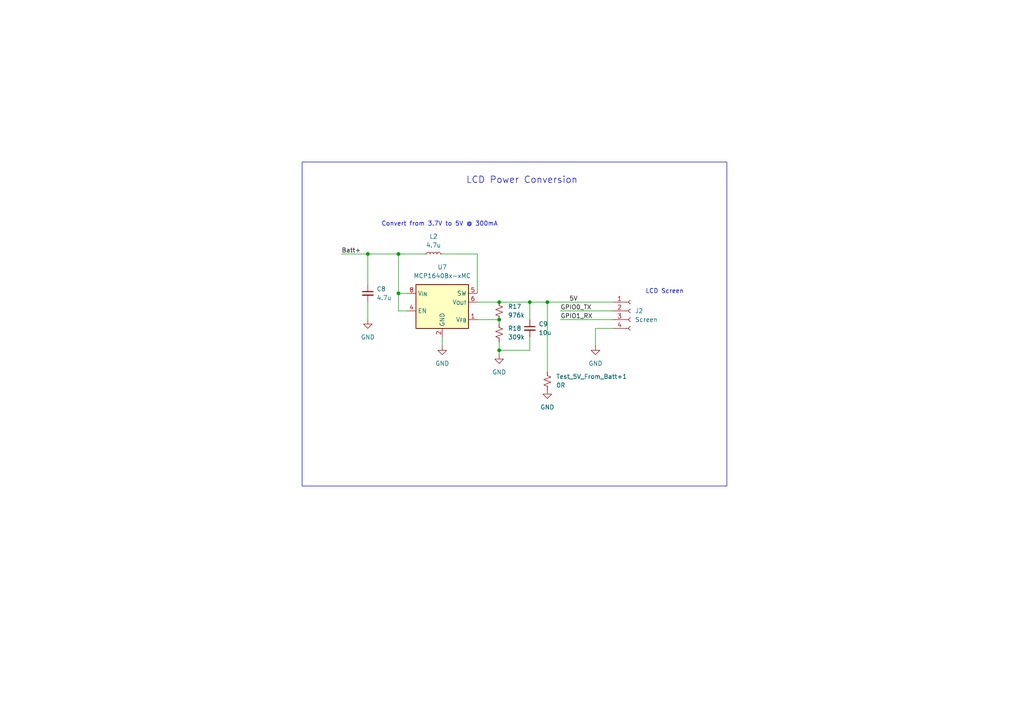
<source format=kicad_sch>
(kicad_sch
	(version 20250114)
	(generator "eeschema")
	(generator_version "9.0")
	(uuid "1dea027f-5e7c-486d-a60d-11433b00eba2")
	(paper "A4")
	(lib_symbols
		(symbol "Connector:Conn_01x04_Socket"
			(pin_names
				(offset 1.016)
				(hide yes)
			)
			(exclude_from_sim no)
			(in_bom yes)
			(on_board yes)
			(property "Reference" "J"
				(at 0 5.08 0)
				(effects
					(font
						(size 1.27 1.27)
					)
				)
			)
			(property "Value" "Conn_01x04_Socket"
				(at 0 -7.62 0)
				(effects
					(font
						(size 1.27 1.27)
					)
				)
			)
			(property "Footprint" ""
				(at 0 0 0)
				(effects
					(font
						(size 1.27 1.27)
					)
					(hide yes)
				)
			)
			(property "Datasheet" "~"
				(at 0 0 0)
				(effects
					(font
						(size 1.27 1.27)
					)
					(hide yes)
				)
			)
			(property "Description" "Generic connector, single row, 01x04, script generated"
				(at 0 0 0)
				(effects
					(font
						(size 1.27 1.27)
					)
					(hide yes)
				)
			)
			(property "ki_locked" ""
				(at 0 0 0)
				(effects
					(font
						(size 1.27 1.27)
					)
				)
			)
			(property "ki_keywords" "connector"
				(at 0 0 0)
				(effects
					(font
						(size 1.27 1.27)
					)
					(hide yes)
				)
			)
			(property "ki_fp_filters" "Connector*:*_1x??_*"
				(at 0 0 0)
				(effects
					(font
						(size 1.27 1.27)
					)
					(hide yes)
				)
			)
			(symbol "Conn_01x04_Socket_1_1"
				(polyline
					(pts
						(xy -1.27 2.54) (xy -0.508 2.54)
					)
					(stroke
						(width 0.1524)
						(type default)
					)
					(fill
						(type none)
					)
				)
				(polyline
					(pts
						(xy -1.27 0) (xy -0.508 0)
					)
					(stroke
						(width 0.1524)
						(type default)
					)
					(fill
						(type none)
					)
				)
				(polyline
					(pts
						(xy -1.27 -2.54) (xy -0.508 -2.54)
					)
					(stroke
						(width 0.1524)
						(type default)
					)
					(fill
						(type none)
					)
				)
				(polyline
					(pts
						(xy -1.27 -5.08) (xy -0.508 -5.08)
					)
					(stroke
						(width 0.1524)
						(type default)
					)
					(fill
						(type none)
					)
				)
				(arc
					(start 0 2.032)
					(mid -0.5058 2.54)
					(end 0 3.048)
					(stroke
						(width 0.1524)
						(type default)
					)
					(fill
						(type none)
					)
				)
				(arc
					(start 0 -0.508)
					(mid -0.5058 0)
					(end 0 0.508)
					(stroke
						(width 0.1524)
						(type default)
					)
					(fill
						(type none)
					)
				)
				(arc
					(start 0 -3.048)
					(mid -0.5058 -2.54)
					(end 0 -2.032)
					(stroke
						(width 0.1524)
						(type default)
					)
					(fill
						(type none)
					)
				)
				(arc
					(start 0 -5.588)
					(mid -0.5058 -5.08)
					(end 0 -4.572)
					(stroke
						(width 0.1524)
						(type default)
					)
					(fill
						(type none)
					)
				)
				(pin passive line
					(at -5.08 2.54 0)
					(length 3.81)
					(name "Pin_1"
						(effects
							(font
								(size 1.27 1.27)
							)
						)
					)
					(number "1"
						(effects
							(font
								(size 1.27 1.27)
							)
						)
					)
				)
				(pin passive line
					(at -5.08 0 0)
					(length 3.81)
					(name "Pin_2"
						(effects
							(font
								(size 1.27 1.27)
							)
						)
					)
					(number "2"
						(effects
							(font
								(size 1.27 1.27)
							)
						)
					)
				)
				(pin passive line
					(at -5.08 -2.54 0)
					(length 3.81)
					(name "Pin_3"
						(effects
							(font
								(size 1.27 1.27)
							)
						)
					)
					(number "3"
						(effects
							(font
								(size 1.27 1.27)
							)
						)
					)
				)
				(pin passive line
					(at -5.08 -5.08 0)
					(length 3.81)
					(name "Pin_4"
						(effects
							(font
								(size 1.27 1.27)
							)
						)
					)
					(number "4"
						(effects
							(font
								(size 1.27 1.27)
							)
						)
					)
				)
			)
			(embedded_fonts no)
		)
		(symbol "Device:C_Small"
			(pin_numbers
				(hide yes)
			)
			(pin_names
				(offset 0.254)
				(hide yes)
			)
			(exclude_from_sim no)
			(in_bom yes)
			(on_board yes)
			(property "Reference" "C"
				(at 0.254 1.778 0)
				(effects
					(font
						(size 1.27 1.27)
					)
					(justify left)
				)
			)
			(property "Value" "C_Small"
				(at 0.254 -2.032 0)
				(effects
					(font
						(size 1.27 1.27)
					)
					(justify left)
				)
			)
			(property "Footprint" ""
				(at 0 0 0)
				(effects
					(font
						(size 1.27 1.27)
					)
					(hide yes)
				)
			)
			(property "Datasheet" "~"
				(at 0 0 0)
				(effects
					(font
						(size 1.27 1.27)
					)
					(hide yes)
				)
			)
			(property "Description" "Unpolarized capacitor, small symbol"
				(at 0 0 0)
				(effects
					(font
						(size 1.27 1.27)
					)
					(hide yes)
				)
			)
			(property "ki_keywords" "capacitor cap"
				(at 0 0 0)
				(effects
					(font
						(size 1.27 1.27)
					)
					(hide yes)
				)
			)
			(property "ki_fp_filters" "C_*"
				(at 0 0 0)
				(effects
					(font
						(size 1.27 1.27)
					)
					(hide yes)
				)
			)
			(symbol "C_Small_0_1"
				(polyline
					(pts
						(xy -1.524 0.508) (xy 1.524 0.508)
					)
					(stroke
						(width 0.3048)
						(type default)
					)
					(fill
						(type none)
					)
				)
				(polyline
					(pts
						(xy -1.524 -0.508) (xy 1.524 -0.508)
					)
					(stroke
						(width 0.3302)
						(type default)
					)
					(fill
						(type none)
					)
				)
			)
			(symbol "C_Small_1_1"
				(pin passive line
					(at 0 2.54 270)
					(length 2.032)
					(name "~"
						(effects
							(font
								(size 1.27 1.27)
							)
						)
					)
					(number "1"
						(effects
							(font
								(size 1.27 1.27)
							)
						)
					)
				)
				(pin passive line
					(at 0 -2.54 90)
					(length 2.032)
					(name "~"
						(effects
							(font
								(size 1.27 1.27)
							)
						)
					)
					(number "2"
						(effects
							(font
								(size 1.27 1.27)
							)
						)
					)
				)
			)
			(embedded_fonts no)
		)
		(symbol "Device:L_Small"
			(pin_numbers
				(hide yes)
			)
			(pin_names
				(offset 0.254)
				(hide yes)
			)
			(exclude_from_sim no)
			(in_bom yes)
			(on_board yes)
			(property "Reference" "L"
				(at 0.762 1.016 0)
				(effects
					(font
						(size 1.27 1.27)
					)
					(justify left)
				)
			)
			(property "Value" "L_Small"
				(at 0.762 -1.016 0)
				(effects
					(font
						(size 1.27 1.27)
					)
					(justify left)
				)
			)
			(property "Footprint" ""
				(at 0 0 0)
				(effects
					(font
						(size 1.27 1.27)
					)
					(hide yes)
				)
			)
			(property "Datasheet" "~"
				(at 0 0 0)
				(effects
					(font
						(size 1.27 1.27)
					)
					(hide yes)
				)
			)
			(property "Description" "Inductor, small symbol"
				(at 0 0 0)
				(effects
					(font
						(size 1.27 1.27)
					)
					(hide yes)
				)
			)
			(property "ki_keywords" "inductor choke coil reactor magnetic"
				(at 0 0 0)
				(effects
					(font
						(size 1.27 1.27)
					)
					(hide yes)
				)
			)
			(property "ki_fp_filters" "Choke_* *Coil* Inductor_* L_*"
				(at 0 0 0)
				(effects
					(font
						(size 1.27 1.27)
					)
					(hide yes)
				)
			)
			(symbol "L_Small_0_1"
				(arc
					(start 0 2.032)
					(mid 0.5058 1.524)
					(end 0 1.016)
					(stroke
						(width 0)
						(type default)
					)
					(fill
						(type none)
					)
				)
				(arc
					(start 0 1.016)
					(mid 0.5058 0.508)
					(end 0 0)
					(stroke
						(width 0)
						(type default)
					)
					(fill
						(type none)
					)
				)
				(arc
					(start 0 0)
					(mid 0.5058 -0.508)
					(end 0 -1.016)
					(stroke
						(width 0)
						(type default)
					)
					(fill
						(type none)
					)
				)
				(arc
					(start 0 -1.016)
					(mid 0.5058 -1.524)
					(end 0 -2.032)
					(stroke
						(width 0)
						(type default)
					)
					(fill
						(type none)
					)
				)
			)
			(symbol "L_Small_1_1"
				(pin passive line
					(at 0 2.54 270)
					(length 0.508)
					(name "~"
						(effects
							(font
								(size 1.27 1.27)
							)
						)
					)
					(number "1"
						(effects
							(font
								(size 1.27 1.27)
							)
						)
					)
				)
				(pin passive line
					(at 0 -2.54 90)
					(length 0.508)
					(name "~"
						(effects
							(font
								(size 1.27 1.27)
							)
						)
					)
					(number "2"
						(effects
							(font
								(size 1.27 1.27)
							)
						)
					)
				)
			)
			(embedded_fonts no)
		)
		(symbol "Device:R_Small_US"
			(pin_numbers
				(hide yes)
			)
			(pin_names
				(offset 0.254)
				(hide yes)
			)
			(exclude_from_sim no)
			(in_bom yes)
			(on_board yes)
			(property "Reference" "R"
				(at 0.762 0.508 0)
				(effects
					(font
						(size 1.27 1.27)
					)
					(justify left)
				)
			)
			(property "Value" "R_Small_US"
				(at 0.762 -1.016 0)
				(effects
					(font
						(size 1.27 1.27)
					)
					(justify left)
				)
			)
			(property "Footprint" ""
				(at 0 0 0)
				(effects
					(font
						(size 1.27 1.27)
					)
					(hide yes)
				)
			)
			(property "Datasheet" "~"
				(at 0 0 0)
				(effects
					(font
						(size 1.27 1.27)
					)
					(hide yes)
				)
			)
			(property "Description" "Resistor, small US symbol"
				(at 0 0 0)
				(effects
					(font
						(size 1.27 1.27)
					)
					(hide yes)
				)
			)
			(property "ki_keywords" "r resistor"
				(at 0 0 0)
				(effects
					(font
						(size 1.27 1.27)
					)
					(hide yes)
				)
			)
			(property "ki_fp_filters" "R_*"
				(at 0 0 0)
				(effects
					(font
						(size 1.27 1.27)
					)
					(hide yes)
				)
			)
			(symbol "R_Small_US_1_1"
				(polyline
					(pts
						(xy 0 1.524) (xy 1.016 1.143) (xy 0 0.762) (xy -1.016 0.381) (xy 0 0)
					)
					(stroke
						(width 0)
						(type default)
					)
					(fill
						(type none)
					)
				)
				(polyline
					(pts
						(xy 0 0) (xy 1.016 -0.381) (xy 0 -0.762) (xy -1.016 -1.143) (xy 0 -1.524)
					)
					(stroke
						(width 0)
						(type default)
					)
					(fill
						(type none)
					)
				)
				(pin passive line
					(at 0 2.54 270)
					(length 1.016)
					(name "~"
						(effects
							(font
								(size 1.27 1.27)
							)
						)
					)
					(number "1"
						(effects
							(font
								(size 1.27 1.27)
							)
						)
					)
				)
				(pin passive line
					(at 0 -2.54 90)
					(length 1.016)
					(name "~"
						(effects
							(font
								(size 1.27 1.27)
							)
						)
					)
					(number "2"
						(effects
							(font
								(size 1.27 1.27)
							)
						)
					)
				)
			)
			(embedded_fonts no)
		)
		(symbol "Regulator_Switching:MCP1640Bx-xMC"
			(exclude_from_sim no)
			(in_bom yes)
			(on_board yes)
			(property "Reference" "U"
				(at -7.62 8.89 0)
				(effects
					(font
						(size 1.27 1.27)
					)
					(justify left)
				)
			)
			(property "Value" "MCP1640Bx-xMC"
				(at 0 8.89 0)
				(effects
					(font
						(size 1.27 1.27)
					)
					(justify left)
				)
			)
			(property "Footprint" "Package_DFN_QFN:DFN-8-1EP_3x2mm_P0.5mm_EP1.75x1.45mm"
				(at 1.27 -6.35 0)
				(effects
					(font
						(size 1.27 1.27)
						(italic yes)
					)
					(justify left)
					(hide yes)
				)
			)
			(property "Datasheet" "http://ww1.microchip.com/downloads/en/DeviceDoc/20002234D.pdf"
				(at 0 12.7 0)
				(effects
					(font
						(size 1.27 1.27)
					)
					(hide yes)
				)
			)
			(property "Description" "Synchronous Boost Regulator, Adjustable Output 2.0V-5.5V, PWM Only True Disconnect, DFN-8"
				(at 0 0 0)
				(effects
					(font
						(size 1.27 1.27)
					)
					(hide yes)
				)
			)
			(property "ki_keywords" "Step-Up Boost DC-DC Regulator Adjustable"
				(at 0 0 0)
				(effects
					(font
						(size 1.27 1.27)
					)
					(hide yes)
				)
			)
			(property "ki_fp_filters" "DFN*1EP*3x2mm*P0.5mm*"
				(at 0 0 0)
				(effects
					(font
						(size 1.27 1.27)
					)
					(hide yes)
				)
			)
			(symbol "MCP1640Bx-xMC_0_1"
				(rectangle
					(start -7.62 7.62)
					(end 7.62 -5.08)
					(stroke
						(width 0.254)
						(type default)
					)
					(fill
						(type background)
					)
				)
			)
			(symbol "MCP1640Bx-xMC_1_1"
				(pin power_in line
					(at -10.16 5.08 0)
					(length 2.54)
					(name "V_{IN}"
						(effects
							(font
								(size 1.27 1.27)
							)
						)
					)
					(number "8"
						(effects
							(font
								(size 1.27 1.27)
							)
						)
					)
				)
				(pin input line
					(at -10.16 0 0)
					(length 2.54)
					(name "EN"
						(effects
							(font
								(size 1.27 1.27)
							)
						)
					)
					(number "4"
						(effects
							(font
								(size 1.27 1.27)
							)
						)
					)
				)
				(pin power_in line
					(at 0 -7.62 90)
					(length 2.54)
					(name "GND"
						(effects
							(font
								(size 1.27 1.27)
							)
						)
					)
					(number "2"
						(effects
							(font
								(size 1.27 1.27)
							)
						)
					)
				)
				(pin passive line
					(at 0 -7.62 90)
					(length 2.54)
					(hide yes)
					(name "GND"
						(effects
							(font
								(size 1.27 1.27)
							)
						)
					)
					(number "3"
						(effects
							(font
								(size 1.27 1.27)
							)
						)
					)
				)
				(pin passive line
					(at 0 -7.62 90)
					(length 2.54)
					(hide yes)
					(name "GND"
						(effects
							(font
								(size 1.27 1.27)
							)
						)
					)
					(number "9"
						(effects
							(font
								(size 1.27 1.27)
							)
						)
					)
				)
				(pin input line
					(at 10.16 5.08 180)
					(length 2.54)
					(name "SW"
						(effects
							(font
								(size 1.27 1.27)
							)
						)
					)
					(number "5"
						(effects
							(font
								(size 1.27 1.27)
							)
						)
					)
				)
				(pin power_out line
					(at 10.16 2.54 180)
					(length 2.54)
					(name "V_{OUT}"
						(effects
							(font
								(size 1.27 1.27)
							)
						)
					)
					(number "6"
						(effects
							(font
								(size 1.27 1.27)
							)
						)
					)
				)
				(pin passive line
					(at 10.16 2.54 180)
					(length 2.54)
					(hide yes)
					(name "V_{OUT}"
						(effects
							(font
								(size 1.27 1.27)
							)
						)
					)
					(number "7"
						(effects
							(font
								(size 1.27 1.27)
							)
						)
					)
				)
				(pin input line
					(at 10.16 -2.54 180)
					(length 2.54)
					(name "V_{FB}"
						(effects
							(font
								(size 1.27 1.27)
							)
						)
					)
					(number "1"
						(effects
							(font
								(size 1.27 1.27)
							)
						)
					)
				)
			)
			(embedded_fonts no)
		)
		(symbol "power:GND"
			(power)
			(pin_numbers
				(hide yes)
			)
			(pin_names
				(offset 0)
				(hide yes)
			)
			(exclude_from_sim no)
			(in_bom yes)
			(on_board yes)
			(property "Reference" "#PWR"
				(at 0 -6.35 0)
				(effects
					(font
						(size 1.27 1.27)
					)
					(hide yes)
				)
			)
			(property "Value" "GND"
				(at 0 -3.81 0)
				(effects
					(font
						(size 1.27 1.27)
					)
				)
			)
			(property "Footprint" ""
				(at 0 0 0)
				(effects
					(font
						(size 1.27 1.27)
					)
					(hide yes)
				)
			)
			(property "Datasheet" ""
				(at 0 0 0)
				(effects
					(font
						(size 1.27 1.27)
					)
					(hide yes)
				)
			)
			(property "Description" "Power symbol creates a global label with name \"GND\" , ground"
				(at 0 0 0)
				(effects
					(font
						(size 1.27 1.27)
					)
					(hide yes)
				)
			)
			(property "ki_keywords" "global power"
				(at 0 0 0)
				(effects
					(font
						(size 1.27 1.27)
					)
					(hide yes)
				)
			)
			(symbol "GND_0_1"
				(polyline
					(pts
						(xy 0 0) (xy 0 -1.27) (xy 1.27 -1.27) (xy 0 -2.54) (xy -1.27 -1.27) (xy 0 -1.27)
					)
					(stroke
						(width 0)
						(type default)
					)
					(fill
						(type none)
					)
				)
			)
			(symbol "GND_1_1"
				(pin power_in line
					(at 0 0 270)
					(length 0)
					(name "~"
						(effects
							(font
								(size 1.27 1.27)
							)
						)
					)
					(number "1"
						(effects
							(font
								(size 1.27 1.27)
							)
						)
					)
				)
			)
			(embedded_fonts no)
		)
	)
	(rectangle
		(start 87.63 46.99)
		(end 210.82 140.97)
		(stroke
			(width 0)
			(type default)
		)
		(fill
			(type none)
		)
		(uuid 8d12fcbb-8e13-44c8-a710-0e242007b291)
	)
	(text "Convert from 3.7V to 5V @ 300mA"
		(exclude_from_sim no)
		(at 127.508 65.024 0)
		(effects
			(font
				(size 1.27 1.27)
			)
		)
		(uuid "22d79cbb-2872-4838-a443-ad1149c1081b")
	)
	(text "LCD Power Conversion"
		(exclude_from_sim no)
		(at 151.384 52.324 0)
		(effects
			(font
				(size 1.905 1.905)
			)
		)
		(uuid "7f3eae2f-f543-4888-b13b-22b511203030")
	)
	(text "LCD Screen"
		(exclude_from_sim no)
		(at 192.786 84.582 0)
		(effects
			(font
				(size 1.27 1.27)
			)
		)
		(uuid "8a252ca0-fe93-4f89-afa2-cd2c77f4211f")
	)
	(junction
		(at 158.75 87.63)
		(diameter 0)
		(color 0 0 0 0)
		(uuid "17e0ece1-f667-4fb8-a2fb-a0262caa1c58")
	)
	(junction
		(at 153.67 87.63)
		(diameter 0)
		(color 0 0 0 0)
		(uuid "1d7bda7c-81cb-407e-b33c-f173f7ddb47d")
	)
	(junction
		(at 115.57 73.66)
		(diameter 0)
		(color 0 0 0 0)
		(uuid "640b428d-05cd-42f2-8338-7d27a09bf1f2")
	)
	(junction
		(at 106.68 73.66)
		(diameter 0)
		(color 0 0 0 0)
		(uuid "738af2bd-60dc-41f2-ae15-8bb504813d47")
	)
	(junction
		(at 144.78 87.63)
		(diameter 0)
		(color 0 0 0 0)
		(uuid "7f3d1d0d-062b-40cd-8ff6-afce5ab9b4c4")
	)
	(junction
		(at 115.57 85.09)
		(diameter 0)
		(color 0 0 0 0)
		(uuid "95cc7ae9-4562-4bdc-8e59-0fd9b46006a4")
	)
	(junction
		(at 144.78 101.6)
		(diameter 0)
		(color 0 0 0 0)
		(uuid "a814b142-696f-4770-a331-42a08791ac38")
	)
	(junction
		(at 144.78 92.71)
		(diameter 0)
		(color 0 0 0 0)
		(uuid "f450c1ce-65d2-43ef-bcfa-e6906476efa4")
	)
	(wire
		(pts
			(xy 128.27 97.79) (xy 128.27 100.33)
		)
		(stroke
			(width 0)
			(type default)
		)
		(uuid "04491fe9-37c1-4f41-ae25-6f1d759db393")
	)
	(wire
		(pts
			(xy 162.56 90.17) (xy 177.8 90.17)
		)
		(stroke
			(width 0)
			(type default)
		)
		(uuid "05d711ce-ad96-4d79-8d72-c968728c4978")
	)
	(wire
		(pts
			(xy 172.72 95.25) (xy 177.8 95.25)
		)
		(stroke
			(width 0)
			(type default)
		)
		(uuid "08c6e1d1-eab6-48c1-8398-35662f019973")
	)
	(wire
		(pts
			(xy 128.27 73.66) (xy 138.43 73.66)
		)
		(stroke
			(width 0)
			(type default)
		)
		(uuid "1da0b5eb-1bd8-48d5-a412-fb643a98faf6")
	)
	(wire
		(pts
			(xy 115.57 90.17) (xy 115.57 85.09)
		)
		(stroke
			(width 0)
			(type default)
		)
		(uuid "1fa3c6c4-37b5-4fc0-8882-91aefc2e32ca")
	)
	(wire
		(pts
			(xy 115.57 73.66) (xy 115.57 85.09)
		)
		(stroke
			(width 0)
			(type default)
		)
		(uuid "25df1ecb-15a2-442a-95f2-7f972b2e4351")
	)
	(wire
		(pts
			(xy 106.68 87.63) (xy 106.68 92.71)
		)
		(stroke
			(width 0)
			(type default)
		)
		(uuid "32928ace-1183-4e1d-a89a-3576ea4e64b9")
	)
	(wire
		(pts
			(xy 106.68 73.66) (xy 106.68 82.55)
		)
		(stroke
			(width 0)
			(type default)
		)
		(uuid "3bc25048-2d23-4afc-b016-76a20f630949")
	)
	(wire
		(pts
			(xy 158.75 87.63) (xy 177.8 87.63)
		)
		(stroke
			(width 0)
			(type default)
		)
		(uuid "3f76d694-5657-4418-88ad-f10550b388a5")
	)
	(wire
		(pts
			(xy 144.78 93.98) (xy 144.78 92.71)
		)
		(stroke
			(width 0)
			(type default)
		)
		(uuid "517921df-626b-4fb3-964e-4ff1756a4242")
	)
	(wire
		(pts
			(xy 144.78 101.6) (xy 144.78 102.87)
		)
		(stroke
			(width 0)
			(type default)
		)
		(uuid "5cf7bc43-c448-4949-a17c-86e024cefc82")
	)
	(wire
		(pts
			(xy 144.78 87.63) (xy 153.67 87.63)
		)
		(stroke
			(width 0)
			(type default)
		)
		(uuid "651136a3-030e-48ed-9b12-0ba5225c3014")
	)
	(wire
		(pts
			(xy 138.43 87.63) (xy 144.78 87.63)
		)
		(stroke
			(width 0)
			(type default)
		)
		(uuid "66370c72-c5d8-49bb-bb5b-874f63d1c4d3")
	)
	(wire
		(pts
			(xy 153.67 92.71) (xy 153.67 87.63)
		)
		(stroke
			(width 0)
			(type default)
		)
		(uuid "6e698d6e-6eab-451f-b2e6-c2891d3078a0")
	)
	(wire
		(pts
			(xy 115.57 90.17) (xy 118.11 90.17)
		)
		(stroke
			(width 0)
			(type default)
		)
		(uuid "70666558-a80b-4bfe-8aed-45f767ae4d06")
	)
	(wire
		(pts
			(xy 115.57 85.09) (xy 118.11 85.09)
		)
		(stroke
			(width 0)
			(type default)
		)
		(uuid "76015342-d322-477a-b591-c59905306286")
	)
	(wire
		(pts
			(xy 115.57 73.66) (xy 123.19 73.66)
		)
		(stroke
			(width 0)
			(type default)
		)
		(uuid "7bba1268-f935-44b3-829b-001178d6e84b")
	)
	(wire
		(pts
			(xy 153.67 87.63) (xy 158.75 87.63)
		)
		(stroke
			(width 0)
			(type default)
		)
		(uuid "81eada13-84a5-4bd1-8b79-e5c5b2b9e4e8")
	)
	(wire
		(pts
			(xy 172.72 95.25) (xy 172.72 100.33)
		)
		(stroke
			(width 0)
			(type default)
		)
		(uuid "824e216d-d9df-4216-8642-7a4b3bcd4508")
	)
	(wire
		(pts
			(xy 158.75 87.63) (xy 158.75 107.95)
		)
		(stroke
			(width 0)
			(type default)
		)
		(uuid "96773c37-39d4-4c4b-b7a4-6dd331fccf51")
	)
	(wire
		(pts
			(xy 162.56 92.71) (xy 177.8 92.71)
		)
		(stroke
			(width 0)
			(type default)
		)
		(uuid "be90e49c-8495-4fbe-a1ba-196fbb6293e7")
	)
	(wire
		(pts
			(xy 99.06 73.66) (xy 106.68 73.66)
		)
		(stroke
			(width 0)
			(type default)
		)
		(uuid "c1ad27d7-8380-4ed4-b245-f26410c07421")
	)
	(wire
		(pts
			(xy 106.68 73.66) (xy 115.57 73.66)
		)
		(stroke
			(width 0)
			(type default)
		)
		(uuid "c3da8c1a-05a5-4c0d-a0ae-01132d986351")
	)
	(wire
		(pts
			(xy 153.67 97.79) (xy 153.67 101.6)
		)
		(stroke
			(width 0)
			(type default)
		)
		(uuid "c748d240-b253-449e-8007-2e79159d9af9")
	)
	(wire
		(pts
			(xy 144.78 101.6) (xy 153.67 101.6)
		)
		(stroke
			(width 0)
			(type default)
		)
		(uuid "cb6476d3-1cd7-4cbe-ab5b-e6b4a0e937a3")
	)
	(wire
		(pts
			(xy 144.78 99.06) (xy 144.78 101.6)
		)
		(stroke
			(width 0)
			(type default)
		)
		(uuid "d59792f0-6f85-4b6e-88c0-7181ef314032")
	)
	(wire
		(pts
			(xy 138.43 73.66) (xy 138.43 85.09)
		)
		(stroke
			(width 0)
			(type default)
		)
		(uuid "de1db92b-de33-4849-854e-762983b1900c")
	)
	(wire
		(pts
			(xy 138.43 92.71) (xy 144.78 92.71)
		)
		(stroke
			(width 0)
			(type default)
		)
		(uuid "e4da9d14-0087-4d77-87fe-cb5e2889f4a6")
	)
	(label "GPIO1_RX"
		(at 162.56 92.71 0)
		(effects
			(font
				(size 1.27 1.27)
			)
			(justify left bottom)
		)
		(uuid "2be68815-4990-452c-8507-18199cb890cb")
	)
	(label "Batt+"
		(at 99.06 73.66 0)
		(effects
			(font
				(size 1.27 1.27)
			)
			(justify left bottom)
		)
		(uuid "50367aab-c0c8-4799-9b14-93cf62bfc1ba")
	)
	(label "GPIO0_TX"
		(at 162.56 90.17 0)
		(effects
			(font
				(size 1.27 1.27)
			)
			(justify left bottom)
		)
		(uuid "910ac50e-eec8-42be-a97b-250baff4fff7")
	)
	(label "5V"
		(at 165.1 87.63 0)
		(effects
			(font
				(size 1.27 1.27)
			)
			(justify left bottom)
		)
		(uuid "f535493a-5d75-4581-8c9c-91959d389bf8")
	)
	(symbol
		(lib_id "Device:C_Small")
		(at 153.67 95.25 0)
		(unit 1)
		(exclude_from_sim no)
		(in_bom yes)
		(on_board yes)
		(dnp no)
		(fields_autoplaced yes)
		(uuid "0f04bde1-4aa1-47c1-9680-07e20110acac")
		(property "Reference" "C9"
			(at 156.21 93.9862 0)
			(effects
				(font
					(size 1.27 1.27)
				)
				(justify left)
			)
		)
		(property "Value" "10u"
			(at 156.21 96.5262 0)
			(effects
				(font
					(size 1.27 1.27)
				)
				(justify left)
			)
		)
		(property "Footprint" "Capacitor_THT:CP_Radial_D4.0mm_P2.00mm"
			(at 153.67 95.25 0)
			(effects
				(font
					(size 1.27 1.27)
				)
				(hide yes)
			)
		)
		(property "Datasheet" "~"
			(at 153.67 95.25 0)
			(effects
				(font
					(size 1.27 1.27)
				)
				(hide yes)
			)
		)
		(property "Description" "Unpolarized capacitor, small symbol"
			(at 153.67 95.25 0)
			(effects
				(font
					(size 1.27 1.27)
				)
				(hide yes)
			)
		)
		(pin "1"
			(uuid "b8c380f5-691f-493b-a63e-b9e9e0a1825a")
		)
		(pin "2"
			(uuid "cc5b73c7-ca92-4201-8d66-f97eb3ca355a")
		)
		(instances
			(project "411 Schematic-2025-11-16"
				(path "/d2e2892e-be0f-4a6a-9262-5a0d7272f4d0/5caba754-2286-48cd-ac59-582caba203b7"
					(reference "C9")
					(unit 1)
				)
			)
		)
	)
	(symbol
		(lib_id "Device:R_Small_US")
		(at 144.78 96.52 0)
		(unit 1)
		(exclude_from_sim no)
		(in_bom yes)
		(on_board yes)
		(dnp no)
		(fields_autoplaced yes)
		(uuid "25af9225-4065-4c63-be54-5800f052817b")
		(property "Reference" "R18"
			(at 147.32 95.2499 0)
			(effects
				(font
					(size 1.27 1.27)
				)
				(justify left)
			)
		)
		(property "Value" "309k"
			(at 147.32 97.7899 0)
			(effects
				(font
					(size 1.27 1.27)
				)
				(justify left)
			)
		)
		(property "Footprint" "Resistor_THT:R_Axial_DIN0207_L6.3mm_D2.5mm_P10.16mm_Horizontal"
			(at 144.78 96.52 0)
			(effects
				(font
					(size 1.27 1.27)
				)
				(hide yes)
			)
		)
		(property "Datasheet" "~"
			(at 144.78 96.52 0)
			(effects
				(font
					(size 1.27 1.27)
				)
				(hide yes)
			)
		)
		(property "Description" "Resistor, small US symbol"
			(at 144.78 96.52 0)
			(effects
				(font
					(size 1.27 1.27)
				)
				(hide yes)
			)
		)
		(pin "1"
			(uuid "2eb55a6d-cff5-469a-8db9-c5c1c199dbec")
		)
		(pin "2"
			(uuid "1384e53d-1352-4a68-8200-2c168f76acaf")
		)
		(instances
			(project "411 Schematic-2025-11-16"
				(path "/d2e2892e-be0f-4a6a-9262-5a0d7272f4d0/5caba754-2286-48cd-ac59-582caba203b7"
					(reference "R18")
					(unit 1)
				)
			)
		)
	)
	(symbol
		(lib_id "Connector:Conn_01x04_Socket")
		(at 182.88 90.17 0)
		(unit 1)
		(exclude_from_sim no)
		(in_bom yes)
		(on_board yes)
		(dnp no)
		(fields_autoplaced yes)
		(uuid "4171125f-8ce7-46bd-a366-ef06c902b978")
		(property "Reference" "J2"
			(at 184.15 90.1699 0)
			(effects
				(font
					(size 1.27 1.27)
				)
				(justify left)
			)
		)
		(property "Value" "Screen"
			(at 184.15 92.7099 0)
			(effects
				(font
					(size 1.27 1.27)
				)
				(justify left)
			)
		)
		(property "Footprint" "Connector_JST:JST_EH_B6B-EH-A_1x06_P2.50mm_Vertical"
			(at 182.88 90.17 0)
			(effects
				(font
					(size 1.27 1.27)
				)
				(hide yes)
			)
		)
		(property "Datasheet" "~"
			(at 182.88 90.17 0)
			(effects
				(font
					(size 1.27 1.27)
				)
				(hide yes)
			)
		)
		(property "Description" "Generic connector, single row, 01x04, script generated"
			(at 182.88 90.17 0)
			(effects
				(font
					(size 1.27 1.27)
				)
				(hide yes)
			)
		)
		(pin "4"
			(uuid "b940f130-2adf-4d74-881b-3f7b628a36a0")
		)
		(pin "1"
			(uuid "bec1ac97-1598-4d18-a0aa-d7b62f4229e4")
		)
		(pin "2"
			(uuid "c30b2d61-dc2b-4c89-8513-3b5799839d4d")
		)
		(pin "3"
			(uuid "a270e228-6021-4f2d-9b03-314a81890584")
		)
		(instances
			(project "411 Schematic-2025-11-16"
				(path "/d2e2892e-be0f-4a6a-9262-5a0d7272f4d0/5caba754-2286-48cd-ac59-582caba203b7"
					(reference "J2")
					(unit 1)
				)
			)
		)
	)
	(symbol
		(lib_id "power:GND")
		(at 144.78 102.87 0)
		(unit 1)
		(exclude_from_sim no)
		(in_bom yes)
		(on_board yes)
		(dnp no)
		(fields_autoplaced yes)
		(uuid "497cb7ae-7d9a-4a02-b2b7-f627eebc719b")
		(property "Reference" "#PWR027"
			(at 144.78 109.22 0)
			(effects
				(font
					(size 1.27 1.27)
				)
				(hide yes)
			)
		)
		(property "Value" "GND"
			(at 144.78 107.95 0)
			(effects
				(font
					(size 1.27 1.27)
				)
			)
		)
		(property "Footprint" ""
			(at 144.78 102.87 0)
			(effects
				(font
					(size 1.27 1.27)
				)
				(hide yes)
			)
		)
		(property "Datasheet" ""
			(at 144.78 102.87 0)
			(effects
				(font
					(size 1.27 1.27)
				)
				(hide yes)
			)
		)
		(property "Description" "Power symbol creates a global label with name \"GND\" , ground"
			(at 144.78 102.87 0)
			(effects
				(font
					(size 1.27 1.27)
				)
				(hide yes)
			)
		)
		(pin "1"
			(uuid "aec2ea90-8186-4e39-b630-c782f09822db")
		)
		(instances
			(project "411 Schematic-2025-11-16"
				(path "/d2e2892e-be0f-4a6a-9262-5a0d7272f4d0/5caba754-2286-48cd-ac59-582caba203b7"
					(reference "#PWR027")
					(unit 1)
				)
			)
		)
	)
	(symbol
		(lib_id "Device:C_Small")
		(at 106.68 85.09 0)
		(unit 1)
		(exclude_from_sim no)
		(in_bom yes)
		(on_board yes)
		(dnp no)
		(fields_autoplaced yes)
		(uuid "5b9c24c1-68f8-40ef-aa5b-ab2710913f61")
		(property "Reference" "C8"
			(at 109.22 83.8262 0)
			(effects
				(font
					(size 1.27 1.27)
				)
				(justify left)
			)
		)
		(property "Value" "4.7u"
			(at 109.22 86.3662 0)
			(effects
				(font
					(size 1.27 1.27)
				)
				(justify left)
			)
		)
		(property "Footprint" "Capacitor_THT:CP_Radial_D4.0mm_P2.00mm"
			(at 106.68 85.09 0)
			(effects
				(font
					(size 1.27 1.27)
				)
				(hide yes)
			)
		)
		(property "Datasheet" "~"
			(at 106.68 85.09 0)
			(effects
				(font
					(size 1.27 1.27)
				)
				(hide yes)
			)
		)
		(property "Description" "Unpolarized capacitor, small symbol"
			(at 106.68 85.09 0)
			(effects
				(font
					(size 1.27 1.27)
				)
				(hide yes)
			)
		)
		(pin "1"
			(uuid "22f97d07-12de-4f46-931f-c5f600c57da2")
		)
		(pin "2"
			(uuid "6f2f609a-691c-4538-9479-668d22af98f4")
		)
		(instances
			(project "411 Schematic-2025-11-16"
				(path "/d2e2892e-be0f-4a6a-9262-5a0d7272f4d0/5caba754-2286-48cd-ac59-582caba203b7"
					(reference "C8")
					(unit 1)
				)
			)
		)
	)
	(symbol
		(lib_id "Regulator_Switching:MCP1640Bx-xMC")
		(at 128.27 90.17 0)
		(unit 1)
		(exclude_from_sim no)
		(in_bom yes)
		(on_board yes)
		(dnp no)
		(fields_autoplaced yes)
		(uuid "6abbe058-ea91-4ec5-bd37-218a46e4c4ff")
		(property "Reference" "U7"
			(at 128.27 77.47 0)
			(effects
				(font
					(size 1.27 1.27)
				)
			)
		)
		(property "Value" "MCP1640Bx-xMC"
			(at 128.27 80.01 0)
			(effects
				(font
					(size 1.27 1.27)
				)
			)
		)
		(property "Footprint" "Package_DFN_QFN:DFN-8-1EP_3x2mm_P0.5mm_EP1.75x1.45mm"
			(at 129.54 96.52 0)
			(effects
				(font
					(size 1.27 1.27)
					(italic yes)
				)
				(justify left)
				(hide yes)
			)
		)
		(property "Datasheet" "http://ww1.microchip.com/downloads/en/DeviceDoc/20002234D.pdf"
			(at 128.27 77.47 0)
			(effects
				(font
					(size 1.27 1.27)
				)
				(hide yes)
			)
		)
		(property "Description" "Synchronous Boost Regulator, Adjustable Output 2.0V-5.5V, PWM Only True Disconnect, DFN-8"
			(at 128.27 90.17 0)
			(effects
				(font
					(size 1.27 1.27)
				)
				(hide yes)
			)
		)
		(pin "8"
			(uuid "47bfb9c4-f823-4b75-9ce1-1cc0f6aaeaac")
		)
		(pin "2"
			(uuid "1a8d46ec-3307-4648-adc5-a732d19f5ed2")
		)
		(pin "9"
			(uuid "e24936ee-0a5c-48f9-b380-a8437ed70129")
		)
		(pin "4"
			(uuid "8dc3f24e-e959-44e7-8d7a-7de6367ab7b9")
		)
		(pin "3"
			(uuid "372579d5-1d29-4eed-a102-124427920f57")
		)
		(pin "6"
			(uuid "a0c63c13-36a0-406e-801a-1d3c065fb974")
		)
		(pin "5"
			(uuid "3c8b7f6f-7143-44cd-8a87-58dc0362ab6f")
		)
		(pin "7"
			(uuid "f998c25e-1ce5-40d1-be17-3b193bd0010a")
		)
		(pin "1"
			(uuid "92a8df5a-7460-446e-ade2-60751bff7a49")
		)
		(instances
			(project "411 Schematic-2025-11-16"
				(path "/d2e2892e-be0f-4a6a-9262-5a0d7272f4d0/5caba754-2286-48cd-ac59-582caba203b7"
					(reference "U7")
					(unit 1)
				)
			)
		)
	)
	(symbol
		(lib_id "Device:L_Small")
		(at 125.73 73.66 90)
		(unit 1)
		(exclude_from_sim no)
		(in_bom yes)
		(on_board yes)
		(dnp no)
		(fields_autoplaced yes)
		(uuid "775f77cc-dbe9-4f8d-b9da-66d38768850d")
		(property "Reference" "L2"
			(at 125.73 68.58 90)
			(effects
				(font
					(size 1.27 1.27)
				)
			)
		)
		(property "Value" "4.7u"
			(at 125.73 71.12 90)
			(effects
				(font
					(size 1.27 1.27)
				)
			)
		)
		(property "Footprint" "Inductor_SMD:L_Wuerth_WE-PD-Typ-7345"
			(at 125.73 73.66 0)
			(effects
				(font
					(size 1.27 1.27)
				)
				(hide yes)
			)
		)
		(property "Datasheet" "~"
			(at 125.73 73.66 0)
			(effects
				(font
					(size 1.27 1.27)
				)
				(hide yes)
			)
		)
		(property "Description" "Inductor, small symbol"
			(at 125.73 73.66 0)
			(effects
				(font
					(size 1.27 1.27)
				)
				(hide yes)
			)
		)
		(pin "2"
			(uuid "cb5bae79-8722-43fc-9705-52df7c21167e")
		)
		(pin "1"
			(uuid "5d4c5fa5-47ab-4bd0-8c86-a0fbc4b4f349")
		)
		(instances
			(project "411 Schematic-2025-11-16"
				(path "/d2e2892e-be0f-4a6a-9262-5a0d7272f4d0/5caba754-2286-48cd-ac59-582caba203b7"
					(reference "L2")
					(unit 1)
				)
			)
		)
	)
	(symbol
		(lib_id "Device:R_Small_US")
		(at 158.75 110.49 180)
		(unit 1)
		(exclude_from_sim no)
		(in_bom yes)
		(on_board yes)
		(dnp no)
		(fields_autoplaced yes)
		(uuid "90172af7-4733-4f8b-b731-5d0da9644e83")
		(property "Reference" "Test_5V_From_Batt+1"
			(at 161.29 109.2199 0)
			(effects
				(font
					(size 1.27 1.27)
				)
				(justify right)
			)
		)
		(property "Value" "0R"
			(at 161.29 111.7599 0)
			(effects
				(font
					(size 1.27 1.27)
				)
				(justify right)
			)
		)
		(property "Footprint" "Resistor_SMD:R_0603_1608Metric_Pad0.98x0.95mm_HandSolder"
			(at 158.75 110.49 0)
			(effects
				(font
					(size 1.27 1.27)
				)
				(hide yes)
			)
		)
		(property "Datasheet" "~"
			(at 158.75 110.49 0)
			(effects
				(font
					(size 1.27 1.27)
				)
				(hide yes)
			)
		)
		(property "Description" "Resistor, small US symbol"
			(at 158.75 110.49 0)
			(effects
				(font
					(size 1.27 1.27)
				)
				(hide yes)
			)
		)
		(pin "2"
			(uuid "a7045e11-88a0-47af-a203-9694e53e9e05")
		)
		(pin "1"
			(uuid "da801083-ca9f-4478-8a97-718b2d79ffc7")
		)
		(instances
			(project "411 Schematic-2025-11-16"
				(path "/d2e2892e-be0f-4a6a-9262-5a0d7272f4d0/5caba754-2286-48cd-ac59-582caba203b7"
					(reference "Test_5V_From_Batt+1")
					(unit 1)
				)
			)
		)
	)
	(symbol
		(lib_id "power:GND")
		(at 128.27 100.33 0)
		(unit 1)
		(exclude_from_sim no)
		(in_bom yes)
		(on_board yes)
		(dnp no)
		(fields_autoplaced yes)
		(uuid "96576504-6dd7-407a-bf74-628d3fdef572")
		(property "Reference" "#PWR026"
			(at 128.27 106.68 0)
			(effects
				(font
					(size 1.27 1.27)
				)
				(hide yes)
			)
		)
		(property "Value" "GND"
			(at 128.27 105.41 0)
			(effects
				(font
					(size 1.27 1.27)
				)
			)
		)
		(property "Footprint" ""
			(at 128.27 100.33 0)
			(effects
				(font
					(size 1.27 1.27)
				)
				(hide yes)
			)
		)
		(property "Datasheet" ""
			(at 128.27 100.33 0)
			(effects
				(font
					(size 1.27 1.27)
				)
				(hide yes)
			)
		)
		(property "Description" "Power symbol creates a global label with name \"GND\" , ground"
			(at 128.27 100.33 0)
			(effects
				(font
					(size 1.27 1.27)
				)
				(hide yes)
			)
		)
		(pin "1"
			(uuid "f5318cec-275e-4b8e-abe0-5dbbb163db75")
		)
		(instances
			(project "411 Schematic-2025-11-16"
				(path "/d2e2892e-be0f-4a6a-9262-5a0d7272f4d0/5caba754-2286-48cd-ac59-582caba203b7"
					(reference "#PWR026")
					(unit 1)
				)
			)
		)
	)
	(symbol
		(lib_id "Device:R_Small_US")
		(at 144.78 90.17 0)
		(unit 1)
		(exclude_from_sim no)
		(in_bom yes)
		(on_board yes)
		(dnp no)
		(fields_autoplaced yes)
		(uuid "aed2e7df-8442-4875-8c84-24158bb6400b")
		(property "Reference" "R17"
			(at 147.32 88.8999 0)
			(effects
				(font
					(size 1.27 1.27)
				)
				(justify left)
			)
		)
		(property "Value" "976k"
			(at 147.32 91.4399 0)
			(effects
				(font
					(size 1.27 1.27)
				)
				(justify left)
			)
		)
		(property "Footprint" "Resistor_THT:R_Axial_DIN0207_L6.3mm_D2.5mm_P10.16mm_Horizontal"
			(at 144.78 90.17 0)
			(effects
				(font
					(size 1.27 1.27)
				)
				(hide yes)
			)
		)
		(property "Datasheet" "~"
			(at 144.78 90.17 0)
			(effects
				(font
					(size 1.27 1.27)
				)
				(hide yes)
			)
		)
		(property "Description" "Resistor, small US symbol"
			(at 144.78 90.17 0)
			(effects
				(font
					(size 1.27 1.27)
				)
				(hide yes)
			)
		)
		(pin "1"
			(uuid "b86c593a-75e6-40a5-8565-8b715eaa166c")
		)
		(pin "2"
			(uuid "fbb42e26-eca8-4922-a1d2-3259c16870f6")
		)
		(instances
			(project "411 Schematic-2025-11-16"
				(path "/d2e2892e-be0f-4a6a-9262-5a0d7272f4d0/5caba754-2286-48cd-ac59-582caba203b7"
					(reference "R17")
					(unit 1)
				)
			)
		)
	)
	(symbol
		(lib_id "power:GND")
		(at 106.68 92.71 0)
		(unit 1)
		(exclude_from_sim no)
		(in_bom yes)
		(on_board yes)
		(dnp no)
		(fields_autoplaced yes)
		(uuid "ca183866-abb1-44ec-acef-2a52266db654")
		(property "Reference" "#PWR020"
			(at 106.68 99.06 0)
			(effects
				(font
					(size 1.27 1.27)
				)
				(hide yes)
			)
		)
		(property "Value" "GND"
			(at 106.68 97.79 0)
			(effects
				(font
					(size 1.27 1.27)
				)
			)
		)
		(property "Footprint" ""
			(at 106.68 92.71 0)
			(effects
				(font
					(size 1.27 1.27)
				)
				(hide yes)
			)
		)
		(property "Datasheet" ""
			(at 106.68 92.71 0)
			(effects
				(font
					(size 1.27 1.27)
				)
				(hide yes)
			)
		)
		(property "Description" "Power symbol creates a global label with name \"GND\" , ground"
			(at 106.68 92.71 0)
			(effects
				(font
					(size 1.27 1.27)
				)
				(hide yes)
			)
		)
		(pin "1"
			(uuid "fb05aac0-faa3-486e-afea-f9812164fb84")
		)
		(instances
			(project "411 Schematic-2025-11-16"
				(path "/d2e2892e-be0f-4a6a-9262-5a0d7272f4d0/5caba754-2286-48cd-ac59-582caba203b7"
					(reference "#PWR020")
					(unit 1)
				)
			)
		)
	)
	(symbol
		(lib_id "power:GND")
		(at 158.75 113.03 0)
		(unit 1)
		(exclude_from_sim no)
		(in_bom yes)
		(on_board yes)
		(dnp no)
		(fields_autoplaced yes)
		(uuid "d87675fe-2e4e-4843-baae-4122ef809d33")
		(property "Reference" "#PWR038"
			(at 158.75 119.38 0)
			(effects
				(font
					(size 1.27 1.27)
				)
				(hide yes)
			)
		)
		(property "Value" "GND"
			(at 158.75 118.11 0)
			(effects
				(font
					(size 1.27 1.27)
				)
			)
		)
		(property "Footprint" ""
			(at 158.75 113.03 0)
			(effects
				(font
					(size 1.27 1.27)
				)
				(hide yes)
			)
		)
		(property "Datasheet" ""
			(at 158.75 113.03 0)
			(effects
				(font
					(size 1.27 1.27)
				)
				(hide yes)
			)
		)
		(property "Description" "Power symbol creates a global label with name \"GND\" , ground"
			(at 158.75 113.03 0)
			(effects
				(font
					(size 1.27 1.27)
				)
				(hide yes)
			)
		)
		(pin "1"
			(uuid "c79bb900-552c-4ed6-aa8b-8ce315ec37cb")
		)
		(instances
			(project "411 Schematic-2025-11-16"
				(path "/d2e2892e-be0f-4a6a-9262-5a0d7272f4d0/5caba754-2286-48cd-ac59-582caba203b7"
					(reference "#PWR038")
					(unit 1)
				)
			)
		)
	)
	(symbol
		(lib_id "power:GND")
		(at 172.72 100.33 0)
		(unit 1)
		(exclude_from_sim no)
		(in_bom yes)
		(on_board yes)
		(dnp no)
		(fields_autoplaced yes)
		(uuid "e2de6abe-837f-4a9d-b4c3-135befc73021")
		(property "Reference" "#PWR032"
			(at 172.72 106.68 0)
			(effects
				(font
					(size 1.27 1.27)
				)
				(hide yes)
			)
		)
		(property "Value" "GND"
			(at 172.72 105.41 0)
			(effects
				(font
					(size 1.27 1.27)
				)
			)
		)
		(property "Footprint" ""
			(at 172.72 100.33 0)
			(effects
				(font
					(size 1.27 1.27)
				)
				(hide yes)
			)
		)
		(property "Datasheet" ""
			(at 172.72 100.33 0)
			(effects
				(font
					(size 1.27 1.27)
				)
				(hide yes)
			)
		)
		(property "Description" "Power symbol creates a global label with name \"GND\" , ground"
			(at 172.72 100.33 0)
			(effects
				(font
					(size 1.27 1.27)
				)
				(hide yes)
			)
		)
		(pin "1"
			(uuid "7fb38af2-650e-432e-b462-3c36764bdb4e")
		)
		(instances
			(project "411 Schematic-2025-11-16"
				(path "/d2e2892e-be0f-4a6a-9262-5a0d7272f4d0/5caba754-2286-48cd-ac59-582caba203b7"
					(reference "#PWR032")
					(unit 1)
				)
			)
		)
	)
)

</source>
